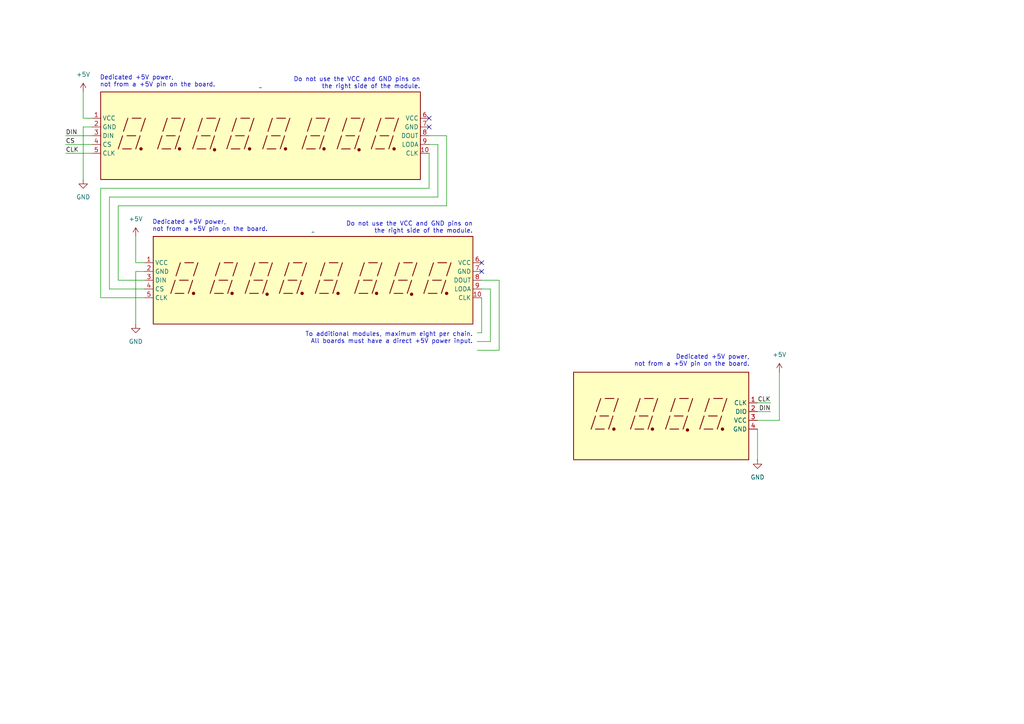
<source format=kicad_sch>
(kicad_sch (version 20250114) (generator "eeschema") (generator_version "9.0")
  (paper "A4")
  (lib_symbols
    (symbol "power:+5V" (power) (pin_numbers (hide yes)) (pin_names (offset 0) (hide yes))
      (property "Value" "+5V" (at 0 3.556 0))
      (symbol "+5V_0_1"
        (polyline (pts (xy -0.762 1.27) (xy 0 2.54)))
        (polyline (pts (xy 0 2.54) (xy 0.762 1.27)))
        (polyline (pts (xy 0 0) (xy 0 2.54)))
      )
      (symbol "+5V_1_1"
        (pin power_in line (at 0 0 90) (length 0) (name "~") (number "1"))
      )
    )
    (symbol "power:GND" (power) (pin_numbers (hide yes)) (pin_names (offset 0) (hide yes))
      (property "Value" "GND" (at 0 -3.81 0))
      (symbol "GND_0_1"
        (polyline (pts (xy 0 0) (xy 0 -1.27) (xy 1.27 -1.27) (xy 0 -2.54) (xy -1.27 -1.27) (xy 0 -1.27)))
      )
      (symbol "GND_1_1"
        (pin power_in line (at 0 0 270) (length 0) (name "~") (number "1"))
      )
    )
    (symbol "symbols:4-digit TM1637 display module"
      (property "Reference" "U" (at -24.13 13.97 0))
      (property "Value" "4-digit TM1637" (at 19.05 13.97 0))
      (symbol "4-digit TM1637 display module_0_0"
        (rectangle (start -25.4 12.7) (end 25.4 -12.7) (stroke (width 0.254)) (fill (type background)))
        (polyline (pts (xy -20.32 -3.81) (xy -19.05 0)) (stroke (width 0.254)))
        (polyline (pts (xy -19.05 -3.81) (xy -16.51 -3.81)) (stroke (width 0.254)))
        (polyline (pts (xy -18.796 1.27) (xy -17.526 5.08)) (stroke (width 0.254)))
        (polyline (pts (xy -17.78 0) (xy -15.24 0)) (stroke (width 0.254)))
        (polyline (pts (xy -16.256 5.08) (xy -13.716 5.08)) (stroke (width 0.254)))
        (polyline (pts (xy -15.24 -3.81) (xy -13.97 0)) (stroke (width 0.254)))
        (polyline (pts (xy -13.716 1.27) (xy -12.446 5.08)) (stroke (width 0.254)))
        (polyline (pts (xy -8.89 -3.81) (xy -7.62 0)) (stroke (width 0.254)))
        (polyline (pts (xy -7.62 -3.81) (xy -5.08 -3.81)) (stroke (width 0.254)))
        (polyline (pts (xy -7.366 1.27) (xy -6.096 5.08)) (stroke (width 0.254)))
        (polyline (pts (xy -6.35 0) (xy -3.81 0)) (stroke (width 0.254)))
        (polyline (pts (xy -4.826 5.08) (xy -2.286 5.08)) (stroke (width 0.254)))
        (polyline (pts (xy -3.81 -3.81) (xy -2.54 0)) (stroke (width 0.254)))
        (polyline (pts (xy -2.286 1.27) (xy -1.016 5.08)) (stroke (width 0.254)))
        (polyline (pts (xy 1.27 -3.81) (xy 2.54 0)) (stroke (width 0.254)))
        (polyline (pts (xy 2.54 -3.81) (xy 5.08 -3.81)) (stroke (width 0.254)))
        (polyline (pts (xy 2.794 1.27) (xy 4.064 5.08)) (stroke (width 0.254)))
        (polyline (pts (xy 3.81 0) (xy 6.35 0)) (stroke (width 0.254)))
        (polyline (pts (xy 5.334 5.08) (xy 7.874 5.08)) (stroke (width 0.254)))
        (polyline (pts (xy 6.35 -3.81) (xy 7.62 0)) (stroke (width 0.254)))
        (polyline (pts (xy 7.874 1.27) (xy 9.144 5.08)) (stroke (width 0.254)))
        (polyline (pts (xy 11.176 -3.81) (xy 12.446 0)) (stroke (width 0.254)))
        (polyline (pts (xy 12.446 -3.81) (xy 14.986 -3.81)) (stroke (width 0.254)))
        (polyline (pts (xy 12.7 1.27) (xy 13.97 5.08)) (stroke (width 0.254)))
        (polyline (pts (xy 13.716 0) (xy 16.256 0)) (stroke (width 0.254)))
        (polyline (pts (xy 15.24 5.08) (xy 17.78 5.08)) (stroke (width 0.254)))
        (polyline (pts (xy 16.256 -3.81) (xy 17.526 0)) (stroke (width 0.254)))
        (polyline (pts (xy 17.78 1.27) (xy 19.05 5.08)) (stroke (width 0.254)))
        (pin input line (at 27.94 3.81 180) (length 2.54) (name "CLK") (number "1"))
        (pin input line (at 27.94 1.27 180) (length 2.54) (name "DIO") (number "2"))
        (pin power_in line (at 27.94 -1.27 180) (length 2.54) (name "VCC") (number "3"))
        (pin passive line (at 27.94 -3.81 180) (length 2.54) (name "GND") (number "4"))
      )
      (symbol "4-digit TM1637 display module_0_1"
        (circle (center -13.716 -3.81) (radius 0.3556) (stroke (width 0.254)) (fill (type outline)))
        (circle (center -2.54 -3.81) (radius 0.3556) (stroke (width 0.254)) (fill (type outline)))
      )
      (symbol "4-digit TM1637 display module_1_0"
        (circle (center 7.62 -4.064) (radius 0.3556) (stroke (width 0.254)) (fill (type outline)))
        (circle (center 17.78 -3.81) (radius 0.3556) (stroke (width 0.254)) (fill (type outline)))
      )
    )
    (symbol "symbols:8-digit-MAX7219"
      (property "Reference" "U" (at -44.45 13.97 0))
      (symbol "8-digit-MAX7219_0_0"
        (rectangle (start -45.72 12.7) (end 46.99 -12.7) (stroke (width 0.254)) (fill (type background)))
        (polyline (pts (xy -40.64 -3.81) (xy -39.37 0)) (stroke (width 0.254)))
        (polyline (pts (xy -39.37 -3.81) (xy -36.83 -3.81)) (stroke (width 0.254)))
        (polyline (pts (xy -39.116 1.27) (xy -37.846 5.08)) (stroke (width 0.254)))
        (polyline (pts (xy -38.1 0) (xy -35.56 0)) (stroke (width 0.254)))
        (polyline (pts (xy -36.576 5.08) (xy -34.036 5.08)) (stroke (width 0.254)))
        (polyline (pts (xy -35.56 -3.81) (xy -34.29 0)) (stroke (width 0.254)))
        (polyline (pts (xy -34.036 1.27) (xy -32.766 5.08)) (stroke (width 0.254)))
        (polyline (pts (xy -29.21 -3.81) (xy -27.94 0)) (stroke (width 0.254)))
        (polyline (pts (xy -27.94 -3.81) (xy -25.4 -3.81)) (stroke (width 0.254)))
        (polyline (pts (xy -27.686 1.27) (xy -26.416 5.08)) (stroke (width 0.254)))
        (polyline (pts (xy -26.67 0) (xy -24.13 0)) (stroke (width 0.254)))
        (polyline (pts (xy -25.146 5.08) (xy -22.606 5.08)) (stroke (width 0.254)))
        (polyline (pts (xy -24.13 -3.81) (xy -22.86 0)) (stroke (width 0.254)))
        (polyline (pts (xy -22.606 1.27) (xy -21.336 5.08)) (stroke (width 0.254)))
        (polyline (pts (xy -19.05 -3.81) (xy -17.78 0)) (stroke (width 0.254)))
        (polyline (pts (xy -17.78 -3.81) (xy -15.24 -3.81)) (stroke (width 0.254)))
        (polyline (pts (xy -17.526 1.27) (xy -16.256 5.08)) (stroke (width 0.254)))
        (polyline (pts (xy -16.51 0) (xy -13.97 0)) (stroke (width 0.254)))
        (polyline (pts (xy -14.986 5.08) (xy -12.446 5.08)) (stroke (width 0.254)))
        (polyline (pts (xy -13.97 -3.81) (xy -12.7 0)) (stroke (width 0.254)))
        (polyline (pts (xy -12.446 1.27) (xy -11.176 5.08)) (stroke (width 0.254)))
        (polyline (pts (xy -9.144 -3.81) (xy -7.874 0)) (stroke (width 0.254)))
        (polyline (pts (xy -7.874 -3.81) (xy -5.334 -3.81)) (stroke (width 0.254)))
        (polyline (pts (xy -7.62 1.27) (xy -6.35 5.08)) (stroke (width 0.254)))
        (polyline (pts (xy -6.604 0) (xy -4.064 0)) (stroke (width 0.254)))
        (polyline (pts (xy -5.08 5.08) (xy -2.54 5.08)) (stroke (width 0.254)))
        (polyline (pts (xy -4.064 -3.81) (xy -2.794 0)) (stroke (width 0.254)))
        (polyline (pts (xy -2.54 1.27) (xy -1.27 5.08)) (stroke (width 0.254)))
        (polyline (pts (xy 1.27 -3.81) (xy 2.54 0)) (stroke (width 0.254)))
        (polyline (pts (xy 2.54 -3.81) (xy 5.08 -3.81)) (stroke (width 0.254)))
        (polyline (pts (xy 2.794 1.27) (xy 4.064 5.08)) (stroke (width 0.254)))
        (polyline (pts (xy 3.81 0) (xy 6.35 0)) (stroke (width 0.254)))
        (polyline (pts (xy 5.334 5.08) (xy 7.874 5.08)) (stroke (width 0.254)))
        (polyline (pts (xy 6.35 -3.81) (xy 7.62 0)) (stroke (width 0.254)))
        (polyline (pts (xy 7.874 1.27) (xy 9.144 5.08)) (stroke (width 0.254)))
        (polyline (pts (xy 12.7 -3.81) (xy 13.97 0)) (stroke (width 0.254)))
        (polyline (pts (xy 13.97 -3.81) (xy 16.51 -3.81)) (stroke (width 0.254)))
        (polyline (pts (xy 14.224 1.27) (xy 15.494 5.08)) (stroke (width 0.254)))
        (polyline (pts (xy 15.24 0) (xy 17.78 0)) (stroke (width 0.254)))
        (polyline (pts (xy 16.764 5.08) (xy 19.304 5.08)) (stroke (width 0.254)))
        (polyline (pts (xy 17.78 -3.81) (xy 19.05 0)) (stroke (width 0.254)))
        (polyline (pts (xy 19.304 1.27) (xy 20.574 5.08)) (stroke (width 0.254)))
        (polyline (pts (xy 22.86 -3.81) (xy 24.13 0)) (stroke (width 0.254)))
        (polyline (pts (xy 24.13 -3.81) (xy 26.67 -3.81)) (stroke (width 0.254)))
        (polyline (pts (xy 24.384 1.27) (xy 25.654 5.08)) (stroke (width 0.254)))
        (polyline (pts (xy 25.4 0) (xy 27.94 0)) (stroke (width 0.254)))
        (polyline (pts (xy 26.924 5.08) (xy 29.464 5.08)) (stroke (width 0.254)))
        (polyline (pts (xy 27.94 -3.81) (xy 29.21 0)) (stroke (width 0.254)))
        (polyline (pts (xy 29.464 1.27) (xy 30.734 5.08)) (stroke (width 0.254)))
        (polyline (pts (xy 32.766 -3.81) (xy 34.036 0)) (stroke (width 0.254)))
        (polyline (pts (xy 34.036 -3.81) (xy 36.576 -3.81)) (stroke (width 0.254)))
        (polyline (pts (xy 34.29 1.27) (xy 35.56 5.08)) (stroke (width 0.254)))
        (polyline (pts (xy 35.306 0) (xy 37.846 0)) (stroke (width 0.254)))
        (polyline (pts (xy 36.83 5.08) (xy 39.37 5.08)) (stroke (width 0.254)))
        (polyline (pts (xy 37.846 -3.81) (xy 39.116 0)) (stroke (width 0.254)))
        (polyline (pts (xy 39.37 1.27) (xy 40.64 5.08)) (stroke (width 0.254)))
        (pin power_in line (at -48.26 5.08 0) (length 2.54) (name "VCC") (number "1"))
        (pin passive line (at -48.26 2.54 0) (length 2.54) (name "GND") (number "2"))
        (pin input line (at -48.26 0 0) (length 2.54) (name "DIN") (number "3"))
        (pin input line (at -48.26 -2.54 0) (length 2.54) (name "CS") (number "4"))
        (pin input line (at -48.26 -5.08 0) (length 2.54) (name "CLK") (number "5"))
        (pin power_out line (at 49.53 5.08 180) (length 2.54) (name "VCC") (number "6"))
        (pin passive line (at 49.53 2.54 180) (length 2.54) (name "GND") (number "7"))
        (pin output line (at 49.53 0 180) (length 2.54) (name "DOUT") (number "8"))
        (pin output line (at 49.53 -2.54 180) (length 2.54) (name "LODA") (number "9"))
        (pin output line (at 49.53 -5.08 180) (length 2.54) (name "CLK") (number "10"))
      )
      (symbol "8-digit-MAX7219_0_1"
        (circle (center -34.036 -3.81) (radius 0.3556) (stroke (width 0.254)) (fill (type outline)))
        (circle (center -22.86 -3.81) (radius 0.3556) (stroke (width 0.254)) (fill (type outline)))
        (circle (center 7.874 -3.81) (radius 0.3556) (stroke (width 0.254)) (fill (type outline)))
        (circle (center 19.05 -3.81) (radius 0.3556) (stroke (width 0.254)) (fill (type outline)))
      )
      (symbol "8-digit-MAX7219_1_0"
        (circle (center -12.7 -4.064) (radius 0.3556) (stroke (width 0.254)) (fill (type outline)))
        (circle (center -2.54 -3.81) (radius 0.3556) (stroke (width 0.254)) (fill (type outline)))
        (circle (center 29.21 -4.064) (radius 0.3556) (stroke (width 0.254)) (fill (type outline)))
        (circle (center 39.37 -3.81) (radius 0.3556) (stroke (width 0.254)) (fill (type outline)))
      )
    )
  )
  (text "Dedicated +5V power,\nnot from a +5V pin on the board." (at 28.956 23.622 0) (effects (font (size 1.27 1.27)) (justify left)))
  (text "Dedicated +5V power,\nnot from a +5V pin on the board." (at 44.196 65.532 0) (effects (font (size 1.27 1.27)) (justify left)))
  (text "Dedicated +5V power,\nnot from a +5V pin on the board." (at 217.424 104.648 0) (effects (font (size 1.27 1.27)) (justify right)))
  (text "To additional modules, maximum eight per chain.\nAll boards must have a direct +5V power input." (at 137.16 98.044 0) (effects (font (size 1.27 1.27)) (justify right)))
  (text "Do not use the VCC and GND pins on\nthe right side of the module." (at 121.92 24.13 0) (effects (font (size 1.27 1.27)) (justify right)))
  (text "Do not use the VCC and GND pins on\nthe right side of the module." (at 137.16 66.04 0) (effects (font (size 1.27 1.27)) (justify right)))
  (no_connect (at 124.46 36.83))
  (no_connect (at 124.46 34.29))
  (no_connect (at 139.7 78.74))
  (no_connect (at 139.7 76.2))
  (wire (pts (xy 41.91 78.74) (xy 39.37 78.74)))
  (wire (pts (xy 124.46 39.37) (xy 129.54 39.37)))
  (wire (pts (xy 138.43 101.6) (xy 144.78 101.6)))
  (wire (pts (xy 219.71 124.46) (xy 219.71 133.35)))
  (wire (pts (xy 219.71 116.84) (xy 223.52 116.84)))
  (wire (pts (xy 19.05 44.45) (xy 26.67 44.45)))
  (wire (pts (xy 34.29 59.69) (xy 129.54 59.69)))
  (wire (pts (xy 219.71 121.92) (xy 226.06 121.92)))
  (wire (pts (xy 124.46 41.91) (xy 127 41.91)))
  (wire (pts (xy 19.05 39.37) (xy 26.67 39.37)))
  (wire (pts (xy 29.21 86.36) (xy 41.91 86.36)))
  (wire (pts (xy 138.43 96.52) (xy 139.7 96.52)))
  (wire (pts (xy 31.75 57.15) (xy 31.75 83.82)))
  (wire (pts (xy 29.21 54.61) (xy 29.21 86.36)))
  (wire (pts (xy 29.21 54.61) (xy 124.46 54.61)))
  (wire (pts (xy 129.54 39.37) (xy 129.54 59.69)))
  (wire (pts (xy 24.13 34.29) (xy 26.67 34.29)))
  (wire (pts (xy 139.7 86.36) (xy 139.7 96.52)))
  (wire (pts (xy 24.13 36.83) (xy 24.13 52.07)))
  (wire (pts (xy 26.67 36.83) (xy 24.13 36.83)))
  (wire (pts (xy 34.29 59.69) (xy 34.29 81.28)))
  (wire (pts (xy 142.24 83.82) (xy 142.24 99.06)))
  (wire (pts (xy 124.46 44.45) (xy 124.46 54.61)))
  (wire (pts (xy 34.29 81.28) (xy 41.91 81.28)))
  (wire (pts (xy 226.06 107.95) (xy 226.06 121.92)))
  (wire (pts (xy 139.7 83.82) (xy 142.24 83.82)))
  (wire (pts (xy 19.05 41.91) (xy 26.67 41.91)))
  (wire (pts (xy 39.37 76.2) (xy 41.91 76.2)))
  (wire (pts (xy 39.37 68.58) (xy 39.37 76.2)))
  (wire (pts (xy 139.7 81.28) (xy 144.78 81.28)))
  (wire (pts (xy 219.71 119.38) (xy 223.52 119.38)))
  (wire (pts (xy 127 41.91) (xy 127 57.15)))
  (wire (pts (xy 138.43 99.06) (xy 142.24 99.06)))
  (wire (pts (xy 144.78 81.28) (xy 144.78 101.6)))
  (wire (pts (xy 24.13 26.67) (xy 24.13 34.29)))
  (wire (pts (xy 31.75 83.82) (xy 41.91 83.82)))
  (wire (pts (xy 31.75 57.15) (xy 127 57.15)))
  (wire (pts (xy 39.37 78.74) (xy 39.37 93.98)))
  (label "CS" (at 19.05 41.91 0))
  (label "DIN" (at 19.05 39.37 0))
  (label "DIN" (at 223.52 119.38 180))
  (label "CLK" (at 223.52 116.84 180))
  (label "CLK" (at 19.05 44.45 0))
  (symbol (lib_id "power:+5V") (at 24.13 26.67 0) (unit 1)
    (property "Reference" "#PWR07" (effects (hide yes)))
    (property "Value" "+5V" (at 24.13 21.59 0))
    (property "Description" "Power symbol creates a global label with name \"+5V\"" (effects (hide yes)))
  )
  (symbol (lib_id "power:GND") (at 39.37 93.98 0) (unit 1)
    (property "Reference" "#PWR04" (effects (hide yes)))
    (property "Value" "GND" (at 39.37 99.06 0))
    (property "Description" "Power symbol creates a global label with name \"GND\" , ground" (effects (hide yes)))
  )
  (symbol (lib_id "symbols:8-digit-MAX7219") (at 74.93 39.37 0) (unit 1)
    (property "Reference" "U1" (effects (hide yes)))
    (property "Value" "~" (at 75.565 25.4 0))
    (property "Description" "8-digit MAX7219 display" (effects (hide yes)))
  )
  (symbol (lib_id "power:+5V") (at 226.06 107.95 0) (unit 1)
    (property "Reference" "#PWR05" (effects (hide yes)))
    (property "Value" "+5V" (at 226.06 102.87 0))
    (property "Description" "Power symbol creates a global label with name \"+5V\"" (effects (hide yes)))
  )
  (symbol (lib_id "power:GND") (at 219.71 133.35 0) (unit 1)
    (property "Reference" "#PWR06" (effects (hide yes)))
    (property "Value" "GND" (at 219.71 138.43 0))
    (property "Description" "Power symbol creates a global label with name \"GND\" , ground" (effects (hide yes)))
  )
  (symbol (lib_id "power:+5V") (at 39.37 68.58 0) (unit 1)
    (property "Reference" "#PWR08" (effects (hide yes)))
    (property "Value" "+5V" (at 39.37 63.5 0))
    (property "Description" "Power symbol creates a global label with name \"+5V\"" (effects (hide yes)))
  )
  (symbol (lib_id "power:GND") (at 24.13 52.07 0) (unit 1)
    (property "Reference" "#PWR02" (effects (hide yes)))
    (property "Value" "GND" (at 24.13 57.15 0))
    (property "Description" "Power symbol creates a global label with name \"GND\" , ground" (effects (hide yes)))
  )
  (symbol (lib_id "symbols:4-digit TM1637 display module") (at 191.77 120.65 0) (unit 1)
    (property "Reference" "U3" (effects (hide yes)))
    (property "Value" "4-digit TM1637" (effects (hide yes)))
    (property "Description" "4-digit TM1637 display module" (effects (hide yes)))
  )
  (symbol (lib_id "symbols:8-digit-MAX7219") (at 90.17 81.28 0) (unit 1)
    (property "Reference" "U2" (effects (hide yes)))
    (property "Value" "~" (at 90.805 67.31 0))
    (property "Description" "8-digit MAX7219 display" (effects (hide yes)))
  )
)
</source>
